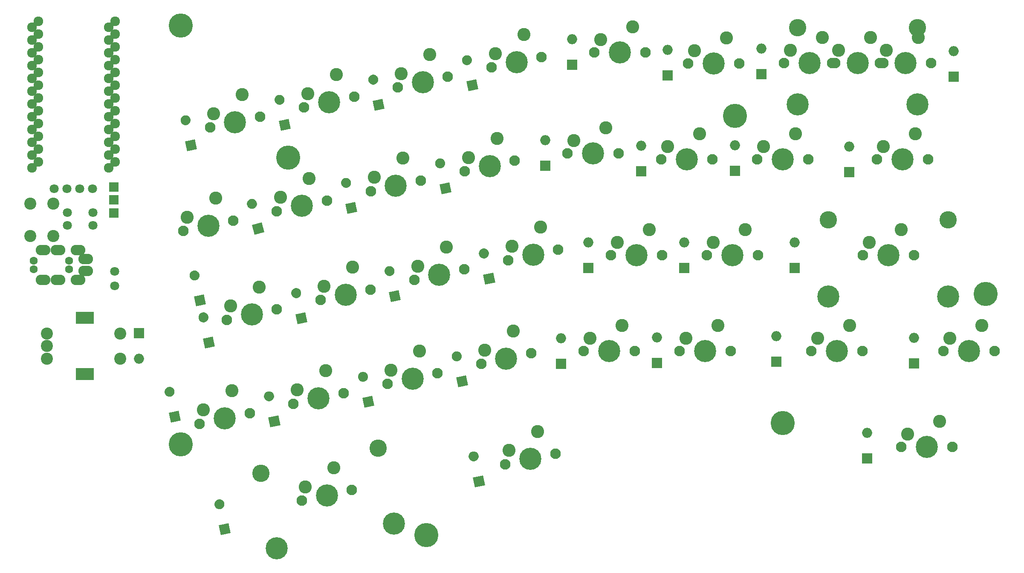
<source format=gts>
G04 #@! TF.GenerationSoftware,KiCad,Pcbnew,(5.1.6)-1*
G04 #@! TF.CreationDate,2020-08-09T18:55:19-07:00*
G04 #@! TF.ProjectId,Alipt-Keyboard-Right,416c6970-742d-44b6-9579-626f6172642d,rev?*
G04 #@! TF.SameCoordinates,Original*
G04 #@! TF.FileFunction,Soldermask,Top*
G04 #@! TF.FilePolarity,Negative*
%FSLAX46Y46*%
G04 Gerber Fmt 4.6, Leading zero omitted, Abs format (unit mm)*
G04 Created by KiCad (PCBNEW (5.1.6)-1) date 2020-08-09 18:55:19*
%MOMM*%
%LPD*%
G01*
G04 APERTURE LIST*
%ADD10C,4.800000*%
%ADD11C,2.400000*%
%ADD12R,1.924000X1.924000*%
%ADD13C,1.797000*%
%ADD14C,1.600000*%
%ADD15O,2.900000X2.100000*%
%ADD16C,1.924000*%
%ADD17R,3.600000X2.400000*%
%ADD18C,0.100000*%
%ADD19R,2.000000X2.000000*%
%ADD20O,2.000000X2.000000*%
%ADD21C,2.100000*%
%ADD22C,4.400000*%
%ADD23C,2.600000*%
%ADD24C,3.450000*%
G04 APERTURE END LIST*
D10*
X129539995Y-151384009D03*
D11*
X50927000Y-85511500D03*
X55427000Y-85511500D03*
X50927000Y-92011500D03*
X55427000Y-92011500D03*
D10*
X102108000Y-76390500D03*
X80772006Y-133413500D03*
X190817500Y-68135500D03*
X200342504Y-129158999D03*
X80772000Y-50165002D03*
X240665000Y-103505000D03*
D12*
X67500501Y-87372501D03*
X67500501Y-84772501D03*
X67500501Y-82272501D03*
D13*
X58229501Y-89852502D03*
X63309501Y-89852502D03*
X63309504Y-87353757D03*
X58229504Y-87353757D03*
X55655910Y-82613501D03*
X58195910Y-82613501D03*
X60735910Y-82613501D03*
X63275910Y-82613501D03*
D14*
X58601500Y-96865500D03*
X51601500Y-96865500D03*
D15*
X60401500Y-94765500D03*
X61901500Y-98965500D03*
X53401500Y-94765500D03*
X56401500Y-94765500D03*
D14*
X51601500Y-98615500D03*
X58601500Y-98615500D03*
D15*
X53401500Y-100715500D03*
X56401500Y-100715500D03*
X60401500Y-100715500D03*
X61901500Y-96515500D03*
D13*
X67691003Y-101917500D03*
X67691001Y-98996492D03*
D16*
X66436503Y-55577250D03*
X51196503Y-73357250D03*
X66436503Y-65737250D03*
X51196503Y-63197250D03*
X51196503Y-58117250D03*
X66436503Y-75897250D03*
X51196503Y-55577250D03*
X51196503Y-50497250D03*
X66436503Y-70817250D03*
X51196503Y-78437250D03*
X66436503Y-63197250D03*
X66436503Y-53037250D03*
X66436503Y-58117250D03*
X66436503Y-60657250D03*
X66436503Y-73357250D03*
X66436503Y-68277250D03*
X51196503Y-70817250D03*
X51196503Y-68277250D03*
X66436503Y-78437250D03*
X51196503Y-75897250D03*
X51196503Y-53037250D03*
X66436503Y-50497250D03*
X51196503Y-65737250D03*
X51196503Y-60657250D03*
X67735318Y-49301505D03*
X67735318Y-51841505D03*
X67735318Y-54381505D03*
X67735318Y-56921505D03*
X67735318Y-59461505D03*
X67735318Y-62001505D03*
X67735318Y-64541505D03*
X67735318Y-67081505D03*
X67735318Y-69621505D03*
X67735318Y-72161505D03*
X67735318Y-74701505D03*
X67735318Y-77241505D03*
X52495318Y-77241505D03*
X52495318Y-74701505D03*
X52495318Y-72161505D03*
X52495318Y-69621505D03*
X52495318Y-67081505D03*
X52495318Y-64541505D03*
X52495318Y-62001505D03*
X52495318Y-59461505D03*
X52495318Y-56921505D03*
X52495318Y-54381505D03*
X52495318Y-51841505D03*
X52495318Y-49301505D03*
D11*
X54221999Y-116355499D03*
X54221999Y-113855499D03*
X54221999Y-111355499D03*
D17*
X61721999Y-119455499D03*
X61721999Y-108255499D03*
D11*
X68721999Y-116355499D03*
X68721999Y-111355499D03*
G36*
G01*
X81945673Y-69950911D02*
X81945673Y-69950911D01*
G75*
G02*
X80759613Y-69180675I-207912J978148D01*
G01*
X80759613Y-69180675D01*
G75*
G02*
X81529849Y-67994615I978148J207912D01*
G01*
X81529849Y-67994615D01*
G75*
G02*
X82715909Y-68764851I207912J-978148D01*
G01*
X82715909Y-68764851D01*
G75*
G02*
X81945673Y-69950911I-978148J-207912D01*
G01*
G37*
D18*
G36*
X83980011Y-74711989D02*
G01*
X82023716Y-75127812D01*
X81607893Y-73171517D01*
X83564188Y-72755694D01*
X83980011Y-74711989D01*
G37*
G36*
X102649011Y-70647989D02*
G01*
X100692716Y-71063812D01*
X100276893Y-69107517D01*
X102233188Y-68691694D01*
X102649011Y-70647989D01*
G37*
G36*
G01*
X100614673Y-65886911D02*
X100614673Y-65886911D01*
G75*
G02*
X99428613Y-65116675I-207912J978148D01*
G01*
X99428613Y-65116675D01*
G75*
G02*
X100198849Y-63930615I978148J207912D01*
G01*
X100198849Y-63930615D01*
G75*
G02*
X101384909Y-64700851I207912J-978148D01*
G01*
X101384909Y-64700851D01*
G75*
G02*
X100614673Y-65886911I-978148J-207912D01*
G01*
G37*
G36*
X121254511Y-66647489D02*
G01*
X119298216Y-67063312D01*
X118882393Y-65107017D01*
X120838688Y-64691194D01*
X121254511Y-66647489D01*
G37*
G36*
G01*
X119220173Y-61886411D02*
X119220173Y-61886411D01*
G75*
G02*
X118034113Y-61116175I-207912J978148D01*
G01*
X118034113Y-61116175D01*
G75*
G02*
X118804349Y-59930115I978148J207912D01*
G01*
X118804349Y-59930115D01*
G75*
G02*
X119990409Y-60700351I207912J-978148D01*
G01*
X119990409Y-60700351D01*
G75*
G02*
X119220173Y-61886411I-978148J-207912D01*
G01*
G37*
G36*
G01*
X137825673Y-58012911D02*
X137825673Y-58012911D01*
G75*
G02*
X136639613Y-57242675I-207912J978148D01*
G01*
X136639613Y-57242675D01*
G75*
G02*
X137409849Y-56056615I978148J207912D01*
G01*
X137409849Y-56056615D01*
G75*
G02*
X138595909Y-56826851I207912J-978148D01*
G01*
X138595909Y-56826851D01*
G75*
G02*
X137825673Y-58012911I-978148J-207912D01*
G01*
G37*
G36*
X139860011Y-62773989D02*
G01*
X137903716Y-63189812D01*
X137487893Y-61233517D01*
X139444188Y-60817694D01*
X139860011Y-62773989D01*
G37*
D19*
X158496000Y-57975500D03*
D20*
X158496000Y-52895500D03*
X177482500Y-54991000D03*
D19*
X177482500Y-60071000D03*
X196088000Y-59817000D03*
D20*
X196088000Y-54737000D03*
D18*
G36*
X85758011Y-105572989D02*
G01*
X83801716Y-105988812D01*
X83385893Y-104032517D01*
X85342188Y-103616694D01*
X85758011Y-105572989D01*
G37*
G36*
G01*
X83723673Y-100811911D02*
X83723673Y-100811911D01*
G75*
G02*
X82537613Y-100041675I-207912J978148D01*
G01*
X82537613Y-100041675D01*
G75*
G02*
X83307849Y-98855615I978148J207912D01*
G01*
X83307849Y-98855615D01*
G75*
G02*
X84493909Y-99625851I207912J-978148D01*
G01*
X84493909Y-99625851D01*
G75*
G02*
X83723673Y-100811911I-978148J-207912D01*
G01*
G37*
G36*
G01*
X95162218Y-86566418D02*
X95162218Y-86566418D01*
G75*
G02*
X93950000Y-85838044I-241922J970296D01*
G01*
X93950000Y-85838044D01*
G75*
G02*
X94678374Y-84625826I970296J241922D01*
G01*
X94678374Y-84625826D01*
G75*
G02*
X95890592Y-85354200I241922J-970296D01*
G01*
X95890592Y-85354200D01*
G75*
G02*
X95162218Y-86566418I-970296J-241922D01*
G01*
G37*
G36*
X97361477Y-91253598D02*
G01*
X95420885Y-91737442D01*
X94937041Y-89796850D01*
X96877633Y-89313006D01*
X97361477Y-91253598D01*
G37*
G36*
G01*
X113822673Y-82396911D02*
X113822673Y-82396911D01*
G75*
G02*
X112636613Y-81626675I-207912J978148D01*
G01*
X112636613Y-81626675D01*
G75*
G02*
X113406849Y-80440615I978148J207912D01*
G01*
X113406849Y-80440615D01*
G75*
G02*
X114592909Y-81210851I207912J-978148D01*
G01*
X114592909Y-81210851D01*
G75*
G02*
X113822673Y-82396911I-978148J-207912D01*
G01*
G37*
G36*
X115857011Y-87157989D02*
G01*
X113900716Y-87573812D01*
X113484893Y-85617517D01*
X115441188Y-85201694D01*
X115857011Y-87157989D01*
G37*
G36*
X134526011Y-83284489D02*
G01*
X132569716Y-83700312D01*
X132153893Y-81744017D01*
X134110188Y-81328194D01*
X134526011Y-83284489D01*
G37*
G36*
G01*
X132491673Y-78523411D02*
X132491673Y-78523411D01*
G75*
G02*
X131305613Y-77753175I-207912J978148D01*
G01*
X131305613Y-77753175D01*
G75*
G02*
X132075849Y-76567115I978148J207912D01*
G01*
X132075849Y-76567115D01*
G75*
G02*
X133261909Y-77337351I207912J-978148D01*
G01*
X133261909Y-77337351D01*
G75*
G02*
X132491673Y-78523411I-978148J-207912D01*
G01*
G37*
D20*
X153162000Y-72961500D03*
D19*
X153162000Y-78041500D03*
X172212000Y-79121000D03*
D20*
X172212000Y-74041000D03*
X234315000Y-55245000D03*
D19*
X234315000Y-60325000D03*
G36*
G01*
X85501673Y-109130411D02*
X85501673Y-109130411D01*
G75*
G02*
X84315613Y-108360175I-207912J978148D01*
G01*
X84315613Y-108360175D01*
G75*
G02*
X85085849Y-107174115I978148J207912D01*
G01*
X85085849Y-107174115D01*
G75*
G02*
X86271909Y-107944351I207912J-978148D01*
G01*
X86271909Y-107944351D01*
G75*
G02*
X85501673Y-109130411I-978148J-207912D01*
G01*
G37*
D18*
G36*
X87536011Y-113891489D02*
G01*
X85579716Y-114307312D01*
X85163893Y-112351017D01*
X87120188Y-111935194D01*
X87536011Y-113891489D01*
G37*
G36*
X105951011Y-109065489D02*
G01*
X103994716Y-109481312D01*
X103578893Y-107525017D01*
X105535188Y-107109194D01*
X105951011Y-109065489D01*
G37*
G36*
G01*
X103916673Y-104304411D02*
X103916673Y-104304411D01*
G75*
G02*
X102730613Y-103534175I-207912J978148D01*
G01*
X102730613Y-103534175D01*
G75*
G02*
X103500849Y-102348115I978148J207912D01*
G01*
X103500849Y-102348115D01*
G75*
G02*
X104686909Y-103118351I207912J-978148D01*
G01*
X104686909Y-103118351D01*
G75*
G02*
X103916673Y-104304411I-978148J-207912D01*
G01*
G37*
G36*
G01*
X122458673Y-99922911D02*
X122458673Y-99922911D01*
G75*
G02*
X121272613Y-99152675I-207912J978148D01*
G01*
X121272613Y-99152675D01*
G75*
G02*
X122042849Y-97966615I978148J207912D01*
G01*
X122042849Y-97966615D01*
G75*
G02*
X123228909Y-98736851I207912J-978148D01*
G01*
X123228909Y-98736851D01*
G75*
G02*
X122458673Y-99922911I-978148J-207912D01*
G01*
G37*
G36*
X124493011Y-104683989D02*
G01*
X122536716Y-105099812D01*
X122120893Y-103143517D01*
X124077188Y-102727694D01*
X124493011Y-104683989D01*
G37*
G36*
X143225511Y-101191489D02*
G01*
X141269216Y-101607312D01*
X140853393Y-99651017D01*
X142809688Y-99235194D01*
X143225511Y-101191489D01*
G37*
G36*
G01*
X141191173Y-96430411D02*
X141191173Y-96430411D01*
G75*
G02*
X140005113Y-95660175I-207912J978148D01*
G01*
X140005113Y-95660175D01*
G75*
G02*
X140775349Y-94474115I978148J207912D01*
G01*
X140775349Y-94474115D01*
G75*
G02*
X141961409Y-95244351I207912J-978148D01*
G01*
X141961409Y-95244351D01*
G75*
G02*
X141191173Y-96430411I-978148J-207912D01*
G01*
G37*
D19*
X161734500Y-98298000D03*
D20*
X161734500Y-93218000D03*
X180784500Y-93218000D03*
D19*
X180784500Y-98298000D03*
X190817500Y-79057500D03*
D20*
X190817500Y-73977500D03*
G36*
G01*
X78770673Y-123925911D02*
X78770673Y-123925911D01*
G75*
G02*
X77584613Y-123155675I-207912J978148D01*
G01*
X77584613Y-123155675D01*
G75*
G02*
X78354849Y-121969615I978148J207912D01*
G01*
X78354849Y-121969615D01*
G75*
G02*
X79540909Y-122739851I207912J-978148D01*
G01*
X79540909Y-122739851D01*
G75*
G02*
X78770673Y-123925911I-978148J-207912D01*
G01*
G37*
D18*
G36*
X80805011Y-128686989D02*
G01*
X78848716Y-129102812D01*
X78432893Y-127146517D01*
X80389188Y-126730694D01*
X80805011Y-128686989D01*
G37*
G36*
G01*
X98519173Y-124814911D02*
X98519173Y-124814911D01*
G75*
G02*
X97333113Y-124044675I-207912J978148D01*
G01*
X97333113Y-124044675D01*
G75*
G02*
X98103349Y-122858615I978148J207912D01*
G01*
X98103349Y-122858615D01*
G75*
G02*
X99289409Y-123628851I207912J-978148D01*
G01*
X99289409Y-123628851D01*
G75*
G02*
X98519173Y-124814911I-978148J-207912D01*
G01*
G37*
G36*
X100553511Y-129575989D02*
G01*
X98597216Y-129991812D01*
X98181393Y-128035517D01*
X100137688Y-127619694D01*
X100553511Y-129575989D01*
G37*
G36*
X119222511Y-125702489D02*
G01*
X117266216Y-126118312D01*
X116850393Y-124162017D01*
X118806688Y-123746194D01*
X119222511Y-125702489D01*
G37*
G36*
G01*
X117188173Y-120941411D02*
X117188173Y-120941411D01*
G75*
G02*
X116002113Y-120171175I-207912J978148D01*
G01*
X116002113Y-120171175D01*
G75*
G02*
X116772349Y-118985115I978148J207912D01*
G01*
X116772349Y-118985115D01*
G75*
G02*
X117958409Y-119755351I207912J-978148D01*
G01*
X117958409Y-119755351D01*
G75*
G02*
X117188173Y-120941411I-978148J-207912D01*
G01*
G37*
G36*
G01*
X135793673Y-116877411D02*
X135793673Y-116877411D01*
G75*
G02*
X134607613Y-116107175I-207912J978148D01*
G01*
X134607613Y-116107175D01*
G75*
G02*
X135377849Y-114921115I978148J207912D01*
G01*
X135377849Y-114921115D01*
G75*
G02*
X136563909Y-115691351I207912J-978148D01*
G01*
X136563909Y-115691351D01*
G75*
G02*
X135793673Y-116877411I-978148J-207912D01*
G01*
G37*
G36*
X137828011Y-121638489D02*
G01*
X135871716Y-122054312D01*
X135455893Y-120098017D01*
X137412188Y-119682194D01*
X137828011Y-121638489D01*
G37*
D20*
X156337000Y-112268000D03*
D19*
X156337000Y-117348000D03*
X175323500Y-117221000D03*
D20*
X175323500Y-112141000D03*
X213550500Y-74168000D03*
D19*
X213550500Y-79248000D03*
D18*
G36*
X90711011Y-151038989D02*
G01*
X88754716Y-151454812D01*
X88338893Y-149498517D01*
X90295188Y-149082694D01*
X90711011Y-151038989D01*
G37*
G36*
G01*
X88676673Y-146277911D02*
X88676673Y-146277911D01*
G75*
G02*
X87490613Y-145507675I-207912J978148D01*
G01*
X87490613Y-145507675D01*
G75*
G02*
X88260849Y-144321615I978148J207912D01*
G01*
X88260849Y-144321615D01*
G75*
G02*
X89446909Y-145091851I207912J-978148D01*
G01*
X89446909Y-145091851D01*
G75*
G02*
X88676673Y-146277911I-978148J-207912D01*
G01*
G37*
G36*
X141193511Y-141513989D02*
G01*
X139237216Y-141929812D01*
X138821393Y-139973517D01*
X140777688Y-139557694D01*
X141193511Y-141513989D01*
G37*
G36*
G01*
X139159173Y-136752911D02*
X139159173Y-136752911D01*
G75*
G02*
X137973113Y-135982675I-207912J978148D01*
G01*
X137973113Y-135982675D01*
G75*
G02*
X138743349Y-134796615I978148J207912D01*
G01*
X138743349Y-134796615D01*
G75*
G02*
X139929409Y-135566851I207912J-978148D01*
G01*
X139929409Y-135566851D01*
G75*
G02*
X139159173Y-136752911I-978148J-207912D01*
G01*
G37*
D20*
X217106500Y-131127500D03*
D19*
X217106500Y-136207500D03*
X199072500Y-116967000D03*
D20*
X199072500Y-111887000D03*
X226441000Y-112204500D03*
D19*
X226441000Y-117284500D03*
X202692000Y-98361500D03*
D20*
X202692000Y-93281500D03*
D19*
X72517000Y-111252000D03*
D20*
X72517000Y-116332000D03*
D21*
X96535990Y-68285808D03*
X86598011Y-70398191D03*
D22*
X91567000Y-69342000D03*
D23*
X87312162Y-67649648D03*
X92995304Y-63844914D03*
X111664304Y-59880500D03*
X105981162Y-63685234D03*
D22*
X110236000Y-65377586D03*
D21*
X105267011Y-66433777D03*
X115204990Y-64321394D03*
D23*
X130269804Y-55907414D03*
X124586662Y-59712148D03*
D22*
X128841500Y-61404500D03*
D21*
X123872511Y-62460691D03*
X133810490Y-60348308D03*
X152448186Y-56383894D03*
X142510207Y-58496277D03*
D22*
X147479196Y-57440086D03*
D23*
X143224358Y-55747734D03*
X148907500Y-51943000D03*
X170561000Y-50419000D03*
X164211000Y-52959000D03*
D22*
X168021000Y-55499000D03*
D21*
X162941000Y-55499000D03*
X173101000Y-55499000D03*
X191706500Y-57658000D03*
X181546500Y-57658000D03*
D22*
X186626500Y-57658000D03*
D23*
X182816500Y-55118000D03*
X189166500Y-52578000D03*
D21*
X210756500Y-57594500D03*
X200596500Y-57594500D03*
D22*
X205676500Y-57594500D03*
D23*
X201866500Y-55054500D03*
X208216500Y-52514500D03*
D21*
X91234186Y-88895894D03*
X81296207Y-91008277D03*
D22*
X86265196Y-89952086D03*
D23*
X82010358Y-88259734D03*
X87693500Y-84455000D03*
X106266804Y-80518000D03*
X100583662Y-84322734D03*
D22*
X104838500Y-86015086D03*
D21*
X99869511Y-87071277D03*
X109807490Y-84958894D03*
X128445186Y-80958394D03*
X118507207Y-83070777D03*
D22*
X123476196Y-82014586D03*
D23*
X119221358Y-80322234D03*
X124904500Y-76517500D03*
X143573500Y-72580500D03*
X137890358Y-76385234D03*
D22*
X142145196Y-78077586D03*
D21*
X137176207Y-79133777D03*
X147114186Y-77021394D03*
X167767000Y-75565000D03*
X157607000Y-75565000D03*
D22*
X162687000Y-75565000D03*
D23*
X158877000Y-73025000D03*
X165227000Y-70485000D03*
X183832500Y-71628000D03*
X177482500Y-74168000D03*
D22*
X181292500Y-76708000D03*
D21*
X176212500Y-76708000D03*
X186372500Y-76708000D03*
D23*
X96329500Y-102108000D03*
X90646358Y-105912734D03*
D22*
X94901196Y-107605086D03*
D21*
X89932207Y-108661277D03*
X99870186Y-106548894D03*
X118475686Y-102611894D03*
X108537707Y-104724277D03*
D22*
X113506696Y-103668086D03*
D23*
X109251858Y-101975734D03*
X114935000Y-98171000D03*
X133540500Y-94170500D03*
X127857358Y-97975234D03*
D22*
X132112196Y-99667586D03*
D21*
X127143207Y-100723777D03*
X137081186Y-98611394D03*
X155750186Y-94674394D03*
X145812207Y-96786777D03*
D22*
X150781196Y-95730586D03*
D23*
X146526358Y-94038234D03*
X152209500Y-90233500D03*
X173799500Y-90678000D03*
X167449500Y-93218000D03*
D22*
X171259500Y-95758000D03*
D21*
X166179500Y-95758000D03*
X176339500Y-95758000D03*
X195389500Y-95758000D03*
X185229500Y-95758000D03*
D22*
X190309500Y-95758000D03*
D23*
X186499500Y-93218000D03*
X192849500Y-90678000D03*
D21*
X205422500Y-76708000D03*
X195262500Y-76708000D03*
D22*
X200342500Y-76708000D03*
D23*
X196532500Y-74168000D03*
X202882500Y-71628000D03*
X90932000Y-122745500D03*
X85248858Y-126550234D03*
D22*
X89503696Y-128242586D03*
D21*
X84534707Y-129298777D03*
X94472686Y-127186394D03*
D23*
X109568804Y-118772414D03*
X103885662Y-122577148D03*
D22*
X108140500Y-124269500D03*
D21*
X103171511Y-125325691D03*
X113109490Y-123213308D03*
D23*
X128237804Y-114835414D03*
X122554662Y-118640148D03*
D22*
X126809500Y-120332500D03*
D21*
X121840511Y-121388691D03*
X131778490Y-119276308D03*
D23*
X146843304Y-110834914D03*
X141160162Y-114639648D03*
D22*
X145415000Y-116332000D03*
D21*
X140446011Y-117388191D03*
X150383990Y-115275808D03*
X170942000Y-114808000D03*
X160782000Y-114808000D03*
D22*
X165862000Y-114808000D03*
D23*
X162052000Y-112268000D03*
X168402000Y-109728000D03*
X187452000Y-109728000D03*
X181102000Y-112268000D03*
D22*
X184912000Y-114808000D03*
D21*
X179832000Y-114808000D03*
X189992000Y-114808000D03*
D23*
X226695000Y-71628000D03*
X220345000Y-74168000D03*
D22*
X224155000Y-76708000D03*
D21*
X219075000Y-76708000D03*
X229235000Y-76708000D03*
D23*
X111219804Y-138012914D03*
X105536662Y-141817648D03*
D22*
X109791500Y-143510000D03*
D21*
X104822511Y-144566191D03*
X114760490Y-142453808D03*
D22*
X123144649Y-149095787D03*
X99864736Y-154044085D03*
D24*
X96696162Y-139137115D03*
X119976075Y-134188817D03*
D23*
X151638000Y-130810000D03*
X145954858Y-134614734D03*
D22*
X150209696Y-136307086D03*
D21*
X145240707Y-137363277D03*
X155178686Y-135250894D03*
D23*
X231457500Y-128841500D03*
X225107500Y-131381500D03*
D22*
X228917500Y-133921500D03*
D21*
X223837500Y-133921500D03*
X233997500Y-133921500D03*
D23*
X213614000Y-109728000D03*
X207264000Y-112268000D03*
D22*
X211074000Y-114808000D03*
D21*
X205994000Y-114808000D03*
X216154000Y-114808000D03*
D23*
X239839500Y-109728000D03*
X233489500Y-112268000D03*
D22*
X237299500Y-114808000D03*
D21*
X232219500Y-114808000D03*
X242379500Y-114808000D03*
D24*
X233197504Y-88758006D03*
X209397504Y-88758006D03*
D22*
X209397504Y-103998006D03*
X233197504Y-103998006D03*
D21*
X226377504Y-95758006D03*
X216217504Y-95758006D03*
D22*
X221297504Y-95758006D03*
D23*
X217487504Y-93218006D03*
X223837504Y-90678006D03*
D21*
X229806500Y-57594500D03*
X219646500Y-57594500D03*
D22*
X224726500Y-57594500D03*
D23*
X220916500Y-55054500D03*
X227266500Y-52514500D03*
D24*
X227101500Y-50594500D03*
X203301500Y-50594500D03*
D22*
X203301500Y-65834500D03*
X227101500Y-65834500D03*
D21*
X220281500Y-57594500D03*
X210121500Y-57594500D03*
D22*
X215201500Y-57594500D03*
D23*
X211391500Y-55054500D03*
X217741500Y-52514500D03*
M02*

</source>
